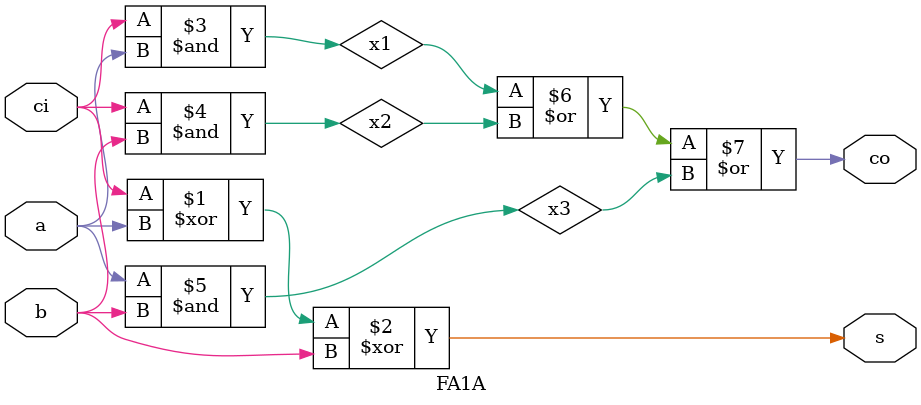
<source format=v>
module	FA1A( ci, a, b, s, co );

input	ci, a, b;
output	s, co;

xor	#1 l1(s, ci, a, b);
and	l2(x1, ci, a );
and	l3(x2, ci, b );
and	l4(x3, a, b );
or	#1 l5(co, x1, x2, x3);

endmodule

</source>
